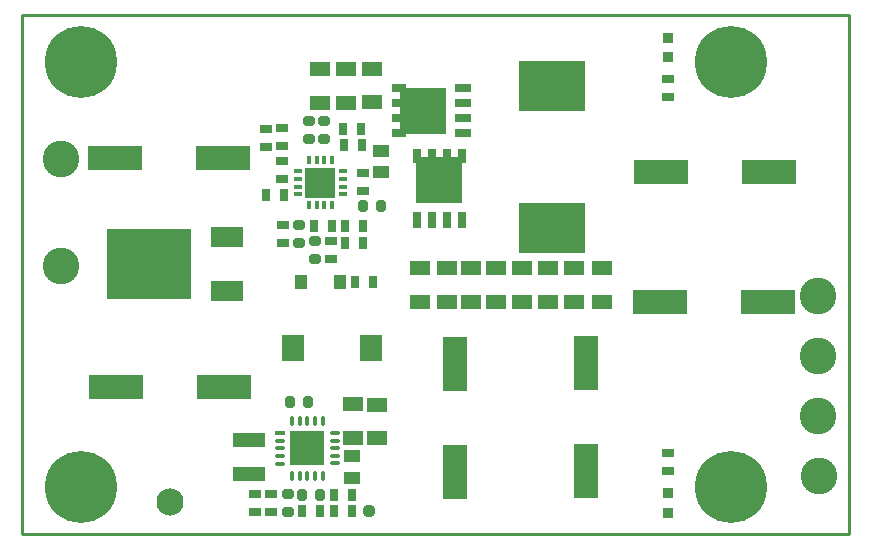
<source format=gts>
G04*
G04 #@! TF.GenerationSoftware,Altium Limited,Altium Designer,19.0.14 (431)*
G04*
G04 Layer_Color=8388736*
%FSLAX25Y25*%
%MOIN*%
G70*
G01*
G75*
%ADD10C,0.01000*%
%ADD11R,0.03550X0.03550*%
%ADD12R,0.10046X0.10046*%
%ADD13R,0.01384X0.02762*%
%ADD14R,0.02762X0.01384*%
%ADD15R,0.15794X0.15400*%
%ADD16R,0.02802X0.04731*%
%ADD17R,0.02802X0.05400*%
%ADD18R,0.03943X0.03156*%
%ADD19R,0.08400X0.17900*%
%ADD20R,0.07093X0.04731*%
%ADD21R,0.17900X0.08400*%
%ADD22C,0.04400*%
%ADD23R,0.03740X0.01378*%
%ADD24O,0.03740X0.01378*%
%ADD25O,0.01378X0.03740*%
%ADD26R,0.11221X0.11221*%
%ADD27R,0.07487X0.09061*%
%ADD28R,0.10636X0.04731*%
G04:AMPARAMS|DCode=29|XSize=39.43mil|YSize=31.56mil|CornerRadius=6.13mil|HoleSize=0mil|Usage=FLASHONLY|Rotation=90.000|XOffset=0mil|YOffset=0mil|HoleType=Round|Shape=RoundedRectangle|*
%AMROUNDEDRECTD29*
21,1,0.03943,0.01929,0,0,90.0*
21,1,0.02717,0.03156,0,0,90.0*
1,1,0.01227,0.00965,0.01358*
1,1,0.01227,0.00965,-0.01358*
1,1,0.01227,-0.00965,-0.01358*
1,1,0.01227,-0.00965,0.01358*
%
%ADD29ROUNDEDRECTD29*%
%ADD30R,0.03156X0.03943*%
%ADD31R,0.05518X0.04337*%
G04:AMPARAMS|DCode=32|XSize=39.43mil|YSize=31.56mil|CornerRadius=6.13mil|HoleSize=0mil|Usage=FLASHONLY|Rotation=180.000|XOffset=0mil|YOffset=0mil|HoleType=Round|Shape=RoundedRectangle|*
%AMROUNDEDRECTD32*
21,1,0.03943,0.01929,0,0,180.0*
21,1,0.02717,0.03156,0,0,180.0*
1,1,0.01227,-0.01358,0.00965*
1,1,0.01227,0.01358,0.00965*
1,1,0.01227,0.01358,-0.00965*
1,1,0.01227,-0.01358,-0.00965*
%
%ADD32ROUNDEDRECTD32*%
%ADD33R,0.10636X0.06699*%
%ADD34R,0.27959X0.23235*%
%ADD35R,0.03943X0.05124*%
%ADD36R,0.22054X0.16935*%
%ADD37R,0.05400X0.02802*%
%ADD38R,0.04731X0.02802*%
%ADD39R,0.15400X0.15794*%
%ADD40C,0.12211*%
%ADD41C,0.09061*%
%ADD42C,0.24022*%
D10*
X-0Y173228D02*
X275590D01*
X275590Y0D02*
Y173228D01*
X0Y0D02*
X275590D01*
X-0Y173228D02*
X0Y0D01*
D11*
X215300Y7210D02*
D03*
Y13706D02*
D03*
X215100Y165584D02*
D03*
Y159088D02*
D03*
D12*
X99400Y117200D02*
D03*
D13*
X95561Y124680D02*
D03*
X98120D02*
D03*
X100680D02*
D03*
X103239D02*
D03*
Y109720D02*
D03*
X100680D02*
D03*
X98120D02*
D03*
X95561D02*
D03*
D14*
X106880Y121039D02*
D03*
Y118480D02*
D03*
Y115920D02*
D03*
Y113361D02*
D03*
X91920D02*
D03*
Y115920D02*
D03*
Y118480D02*
D03*
Y121039D02*
D03*
D15*
X139000Y118100D02*
D03*
D16*
X131600Y126300D02*
D03*
X136600D02*
D03*
X141600D02*
D03*
X146600D02*
D03*
D17*
Y104900D02*
D03*
X141600D02*
D03*
X136600D02*
D03*
X131600D02*
D03*
D18*
X215300Y151800D02*
D03*
Y145800D02*
D03*
X215300Y21100D02*
D03*
Y27100D02*
D03*
X86700Y118600D02*
D03*
Y124600D02*
D03*
X86700Y135400D02*
D03*
Y129400D02*
D03*
X81300Y135300D02*
D03*
Y129300D02*
D03*
X77600Y7400D02*
D03*
Y13400D02*
D03*
X83000D02*
D03*
Y7400D02*
D03*
X102827Y97700D02*
D03*
Y91700D02*
D03*
X113549Y114500D02*
D03*
Y120500D02*
D03*
X86900Y97200D02*
D03*
Y103200D02*
D03*
D19*
X188000Y21000D02*
D03*
Y57000D02*
D03*
X144100Y20800D02*
D03*
Y56800D02*
D03*
D20*
X193200Y77500D02*
D03*
Y88721D02*
D03*
X184000Y77500D02*
D03*
Y88721D02*
D03*
X175300Y77500D02*
D03*
Y88721D02*
D03*
X166700Y77500D02*
D03*
Y88721D02*
D03*
X118200Y32079D02*
D03*
Y43300D02*
D03*
X110100Y32179D02*
D03*
Y43400D02*
D03*
X132700Y77500D02*
D03*
Y88721D02*
D03*
X141478Y77500D02*
D03*
Y88721D02*
D03*
X149700Y77500D02*
D03*
Y88721D02*
D03*
X157900Y77500D02*
D03*
Y88721D02*
D03*
X116600Y155200D02*
D03*
Y143980D02*
D03*
X107980Y155020D02*
D03*
Y143800D02*
D03*
X99200Y155020D02*
D03*
Y143800D02*
D03*
D21*
X248700Y77400D02*
D03*
X212700D02*
D03*
X31100Y49300D02*
D03*
X67100D02*
D03*
X249000Y120700D02*
D03*
X213000D02*
D03*
X31000Y125600D02*
D03*
X67000D02*
D03*
D22*
X115600Y7900D02*
D03*
D23*
X85854Y33818D02*
D03*
D24*
Y31259D02*
D03*
Y28700D02*
D03*
Y26141D02*
D03*
Y23582D02*
D03*
X104279Y23700D02*
D03*
Y26141D02*
D03*
Y28700D02*
D03*
Y31259D02*
D03*
Y33818D02*
D03*
D25*
X89949Y19487D02*
D03*
X92508D02*
D03*
X95067D02*
D03*
X97626D02*
D03*
X100185D02*
D03*
Y37913D02*
D03*
X97626D02*
D03*
X95067D02*
D03*
X92508D02*
D03*
X89949D02*
D03*
D26*
X95067Y28700D02*
D03*
D27*
X90108Y62100D02*
D03*
X116092D02*
D03*
D28*
X75700Y31310D02*
D03*
Y20090D02*
D03*
D29*
X89100Y44000D02*
D03*
X95100D02*
D03*
X93400Y13100D02*
D03*
X99400D02*
D03*
X113647Y109500D02*
D03*
X119647D02*
D03*
D30*
X109800Y7793D02*
D03*
X103800D02*
D03*
X93300Y7800D02*
D03*
X99300D02*
D03*
X109800Y13100D02*
D03*
X103800D02*
D03*
X117000Y84000D02*
D03*
X111000D02*
D03*
X103200Y102800D02*
D03*
X97200D02*
D03*
X107017Y135300D02*
D03*
X113017D02*
D03*
X107728Y97200D02*
D03*
X113728D02*
D03*
X107600Y102800D02*
D03*
X113600D02*
D03*
X107100Y129900D02*
D03*
X113100D02*
D03*
X81094Y113300D02*
D03*
X87094D02*
D03*
D31*
X110000Y26000D02*
D03*
Y18913D02*
D03*
X119500Y127887D02*
D03*
Y120800D02*
D03*
D32*
X88500Y7400D02*
D03*
Y13400D02*
D03*
X97500Y97700D02*
D03*
Y91700D02*
D03*
X100700Y137800D02*
D03*
Y131800D02*
D03*
X95500D02*
D03*
Y137800D02*
D03*
X92200Y103200D02*
D03*
Y97200D02*
D03*
D33*
X68300Y81300D02*
D03*
Y99300D02*
D03*
D34*
X42300Y90300D02*
D03*
D35*
X92804Y84200D02*
D03*
X105796D02*
D03*
D36*
X176500Y149422D02*
D03*
Y102178D02*
D03*
D37*
X146900Y133700D02*
D03*
Y138700D02*
D03*
Y143700D02*
D03*
Y148700D02*
D03*
D38*
X125500D02*
D03*
Y143700D02*
D03*
Y138700D02*
D03*
Y133700D02*
D03*
D39*
X133700Y141100D02*
D03*
D40*
X265600Y19600D02*
D03*
X265300Y39600D02*
D03*
X265400Y59600D02*
D03*
Y79600D02*
D03*
X12800Y89600D02*
D03*
Y125300D02*
D03*
D41*
X49200Y10700D02*
D03*
D42*
X19685Y157480D02*
D03*
X236221D02*
D03*
Y15748D02*
D03*
X19685D02*
D03*
M02*

</source>
